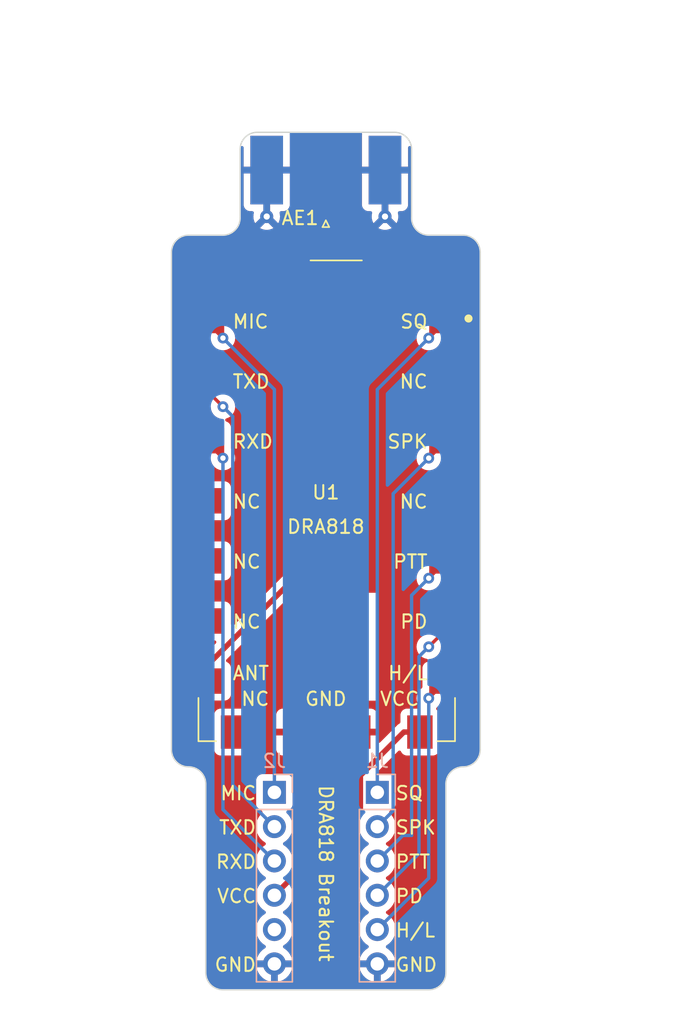
<source format=kicad_pcb>
(kicad_pcb (version 20221018) (generator pcbnew)
  (layers (0 "F.Cu" signal) (31 "B.Cu" signal) (34 "B.Paste" user) (35 "F.Paste" user) (36 "B.SilkS" user "B.Silkscreen") (37 "F.SilkS" user "F.Silkscreen") (38 "B.Mask" user) (39 "F.Mask" user) (44 "Edge.Cuts" user))
  (net 0 "")
  (net 1 "VCC")
  (net 2 "GND")
  (net 3 "/RXD")
  (net 4 "/TXD")
  (net 5 "/SQ")
  (net 6 "/AF_OUT")
  (net 7 "/MIC_IN")
  (net 8 "/PTT")
  (net 9 "/PD")
  (net 10 "/H{slash}L")
  (net 11 "/ANT")
  (footprint "Libraries:DORJI_DRA818V" (layer "F.Cu") (at 151.195 93.33 -90)
    (fp_text reference "U1" (at -0.62 0.065) (layer "F.SilkS") (effects (font (size 1.000646 1.000646))))
    (fp_text value "DRA818" (at 1.92 0.065 180) (layer "F.SilkS") (effects (font (size 1.001929 1.001929))))
    (fp_line (start -17.8 -2.6) (end -17.8 1.2) (stroke (width 0.127)) (layer "F.SilkS"))
    (fp_line (start 14.6 -9.5) (end 17.8 -9.5) (stroke (width 0.127)) (layer "F.SilkS"))
    (fp_line (start 17.8 -9.5) (end 17.8 -8.2) (stroke (width 0.127)) (layer "F.SilkS"))
    (fp_line (start 17.8 8.2) (end 17.8 9.5) (stroke (width 0.127)) (layer "F.SilkS"))
    (fp_line (start 17.8 9.5) (end 14.6 9.5) (stroke (width 0.127)) (layer "F.SilkS"))
    (fp_circle (center -13.5 -10.5) (end -13.35 -10.5) (stroke (width 0.3)) (fill none) (layer "F.SilkS"))
    (pad "1" smd rect locked (at -13.35 -8.825) (size 2.47 1.88) (layers "F.Cu" "F.Paste" "F.Mask") (net 5 "/SQ"))
    (pad "2" smd rect locked (at -8.9 -8.825) (size 2.47 1.88) (layers "F.Cu" "F.Paste" "F.Mask"))
    (pad "3" smd rect locked (at -4.45 -8.825) (size 2.47 1.88) (layers "F.Cu" "F.Paste" "F.Mask") (net 6 "/AF_OUT"))
    (pad "4" smd rect locked (at 0 -8.825) (size 2.47 1.88) (layers "F.Cu" "F.Paste" "F.Mask"))
    (pad "5" smd rect locked (at 4.45 -8.825) (size 2.47 1.88) (layers "F.Cu" "F.Paste" "F.Mask") (net 8 "/PTT"))
    (pad "6" smd rect locked (at 8.9 -8.825) (size 2.47 1.88) (layers "F.Cu" "F.Paste" "F.Mask") (net 9 "/PD"))
    (pad "7" smd rect locked (at 13.35 -8.825) (size 2.47 1.88) (layers "F.Cu" "F.Paste" "F.Mask") (net 10 "/H{slash}L"))
    (pad "8" smd rect locked (at 17.125 -6.9 270) (size 2.47 1.88) (layers "F.Cu" "F.Paste" "F.Mask") (net 1 "VCC"))
    (pad "9" smd rect locked (at 17.125 -2.3 270) (size 2.47 1.88) (layers "F.Cu" "F.Paste" "F.Mask") (net 2 "GND"))
    (pad "10" smd rect locked (at 17.125 2.3 270) (size 2.47 1.88) (layers "F.Cu" "F.Paste" "F.Mask") (net 2 "GND"))
    (pad "11" smd rect locked (at 17.125 6.9 270) (size 2.47 1.88) (layers "F.Cu" "F.Paste" "F.Mask"))
    (pad "12" smd rect locked (at 13.35 8.825 180) (size 2.47 1.88) (layers "F.Cu" "F.Paste" "F.Mask") (net 11 "/ANT"))
    (pad "13" smd rect locked (at 8.9 8.825 180) (size 2.47 1.88) (layers "F.Cu" "F.Paste" "F.Mask"))
    (pad "14" smd rect locked (at 4.45 8.825) (size 2.47 1.88) (layers "F.Cu" "F.Paste" "F.Mask"))
    (pad "15" smd rect locked (at 0 8.825) (size 2.47 1.88) (layers "F.Cu" "F.Paste" "F.Mask"))
    (pad "16" smd rect locked (at -4.45 8.825) (size 2.47 1.88) (layers "F.Cu" "F.Paste" "F.Mask") (net 3 "/RXD"))
    (pad "17" smd rect locked (at -8.9 8.825) (size 2.47 1.88) (layers "F.Cu" "F.Paste" "F.Mask") (net 4 "/TXD"))
    (pad "18" smd rect locked (at -13.35 8.825) (size 2.47 1.88) (layers "F.Cu" "F.Paste" "F.Mask") (net 7 "/MIC_IN"))
    (pad "P2" smd rect locked (at -17.125 -6.2) (size 6.6 1.8) (layers "F.Cu" "F.Paste" "F.Mask"))
    (pad "P3" smd rect locked (at -17.125 5.5) (size 8 1.8) (layers "F.Cu" "F.Paste" "F.Mask"))
    (zone (net 0) (net_name "") (layer "F.Cu") (connect_pads (clearance 0)) (min_thickness 0.01)
      (keepout (tracks not_allowed) (vias not_allowed) (pads not_allowed) (copperpour not_allowed) (footprints allowed))
      (fill (thermal_gap 0.508) (thermal_bridge_width 0.508))
      (polygon (pts (xy 154.945 100.14025) (xy 154.945 108.13) (xy 148.69123 108.13) (xy 148.69123 100.14025)))
    )
  )
  (footprint "Connector_Coaxial:SMA_Molex_73251-1153_EdgeMount_Horizontal" (layer "F.Cu") (at 151.13 70.56 -90)
    (fp_text reference "AE1" (at 1.83 1.905) (layer "F.SilkS"))
    (fp_text value "Antenna")
    (fp_line (start 2 0) (end 2.5 -0.25) (stroke (width 0.12)) (layer "F.SilkS"))
    (fp_line (start 2.5 -0.25) (end 2.5 0.25) (stroke (width 0.12)) (layer "F.SilkS"))
    (fp_line (start 2.5 0.25) (end 2 0) (stroke (width 0.12)) (layer "F.SilkS"))
    (pad "1" smd rect locked (at -1.72 0 270) (size 5.08 2.29) (layers "F.Cu" "F.Paste" "F.Mask") (net 11 "/ANT"))
    (pad "2" smd rect locked (at -1.72 -4.38 270) (size 5.08 2.42) (layers "F.Cu" "F.Paste" "F.Mask") (net 2 "GND"))
    (pad "2" smd rect locked (at -1.72 -4.38 270) (size 5.08 2.42) (layers "B.Cu" "B.Paste" "B.Mask") (net 2 "GND"))
    (pad "2" smd rect locked (at -1.72 4.38 270) (size 5.08 2.42) (layers "F.Cu" "F.Paste" "F.Mask") (net 2 "GND"))
    (pad "2" smd rect locked (at -1.72 4.38 270) (size 5.08 2.42) (layers "B.Cu" "B.Paste" "B.Mask") (net 2 "GND"))
    (pad "2" smd rect locked (at 1.27 -4.38 270) (size 0.95 0.46) (layers "F.Cu") (net 2 "GND"))
    (pad "2" smd rect locked (at 1.27 -4.38 270) (size 0.95 0.46) (layers "B.Cu") (net 2 "GND"))
    (pad "2" smd rect locked (at 1.27 4.38 270) (size 0.95 0.46) (layers "F.Cu") (net 2 "GND"))
    (pad "2" smd rect locked (at 1.27 4.38 270) (size 0.95 0.46) (layers "B.Cu") (net 2 "GND"))
    (pad "2" thru_hole circle locked (at 1.72 -4.38 270) (size 0.97 0.97) (drill 0.46) (layers "*.Cu") (net 2 "GND"))
    (pad "2" thru_hole circle locked (at 1.72 4.38 270) (size 0.97 0.97) (drill 0.46) (layers "*.Cu") (net 2 "GND"))
  )
  (footprint "Connector_PinHeader_2.54mm:PinHeader_1x06_P2.54mm_Vertical" (layer "B.Cu") (at 154.94 114.92 180)
    (fp_text reference "J1" (at 0 2.33) (layer "B.SilkS") (effects (justify mirror)))
    (fp_text value "Conn_01x06")
    (fp_line (start -1.33 -14.03) (end 1.33 -14.03) (stroke (width 0.12)) (layer "B.SilkS"))
    (fp_line (start -1.33 -1.27) (end -1.33 -14.03) (stroke (width 0.12)) (layer "B.SilkS"))
    (fp_line (start -1.33 -1.27) (end 1.33 -1.27) (stroke (width 0.12)) (layer "B.SilkS"))
    (fp_line (start -1.33 0) (end -1.33 1.33) (stroke (width 0.12)) (layer "B.SilkS"))
    (fp_line (start -1.33 1.33) (end 0 1.33) (stroke (width 0.12)) (layer "B.SilkS"))
    (fp_line (start 1.33 -1.27) (end 1.33 -14.03) (stroke (width 0.12)) (layer "B.SilkS"))
    (pad "1" thru_hole rect locked (at 0 0 180) (size 1.7 1.7) (drill 1) (layers "*.Cu" "*.Mask") (net 5 "/SQ"))
    (pad "2" thru_hole oval locked (at 0 -2.54 180) (size 1.7 1.7) (drill 1) (layers "*.Cu" "*.Mask") (net 6 "/AF_OUT"))
    (pad "3" thru_hole oval locked (at 0 -5.08 180) (size 1.7 1.7) (drill 1) (layers "*.Cu" "*.Mask") (net 8 "/PTT"))
    (pad "4" thru_hole oval locked (at 0 -7.62 180) (size 1.7 1.7) (drill 1) (layers "*.Cu" "*.Mask") (net 9 "/PD"))
    (pad "5" thru_hole oval locked (at 0 -10.16 180) (size 1.7 1.7) (drill 1) (layers "*.Cu" "*.Mask") (net 10 "/H{slash}L"))
    (pad "6" thru_hole oval locked (at 0 -12.7 180) (size 1.7 1.7) (drill 1) (layers "*.Cu" "*.Mask") (net 2 "GND"))
  )
  (footprint "Connector_PinHeader_2.54mm:PinHeader_1x06_P2.54mm_Vertical" (layer "B.Cu") (at 147.32 114.92 180)
    (fp_text reference "J2" (at 0 2.33) (layer "B.SilkS") (effects (justify mirror)))
    (fp_text value "Conn_01x05")
    (fp_line (start -1.33 -14.03) (end 1.33 -14.03) (stroke (width 0.12)) (layer "B.SilkS"))
    (fp_line (start -1.33 -1.27) (end -1.33 -14.03) (stroke (width 0.12)) (layer "B.SilkS"))
    (fp_line (start -1.33 -1.27) (end 1.33 -1.27) (stroke (width 0.12)) (layer "B.SilkS"))
    (fp_line (start -1.33 0) (end -1.33 1.33) (stroke (width 0.12)) (layer "B.SilkS"))
    (fp_line (start -1.33 1.33) (end 0 1.33) (stroke (width 0.12)) (layer "B.SilkS"))
    (fp_line (start 1.33 -1.27) (end 1.33 -14.03) (stroke (width 0.12)) (layer "B.SilkS"))
    (pad "1" thru_hole rect locked (at 0 0 180) (size 1.7 1.7) (drill 1) (layers "*.Cu" "*.Mask") (net 7 "/MIC_IN"))
    (pad "2" thru_hole oval locked (at 0 -2.54 180) (size 1.7 1.7) (drill 1) (layers "*.Cu" "*.Mask") (net 4 "/TXD"))
    (pad "3" thru_hole oval locked (at 0 -5.08 180) (size 1.7 1.7) (drill 1) (layers "*.Cu" "*.Mask") (net 3 "/RXD"))
    (pad "4" thru_hole oval locked (at 0 -7.62 180) (size 1.7 1.7) (drill 1) (layers "*.Cu" "*.Mask") (net 1 "VCC"))
    (pad "5" thru_hole oval locked (at 0 -10.16 180) (size 1.7 1.7) (drill 1) (layers "*.Cu" "*.Mask"))
    (pad "6" thru_hole oval locked (at 0 -12.7 180) (size 1.7 1.7) (drill 1) (layers "*.Cu" "*.Mask") (net 2 "GND"))
  )
  (gr_arc locked (start 143.51 129.54) (mid 142.611974 129.168026) (end 142.24 128.27) (stroke (width 0.1)) (layer "Edge.Cuts"))
  (gr_line locked (start 144.78 67.31) (end 144.78 72.39) (stroke (width 0.1)) (layer "Edge.Cuts"))
  (gr_arc locked (start 162.56 111.76) (mid 162.188026 112.658026) (end 161.29 113.03) (stroke (width 0.1)) (layer "Edge.Cuts"))
  (gr_line locked (start 140.97 73.66) (end 143.51 73.66) (stroke (width 0.1)) (layer "Edge.Cuts"))
  (gr_arc locked (start 140.97 113.03) (mid 140.071974 112.658026) (end 139.7 111.76) (stroke (width 0.1)) (layer "Edge.Cuts"))
  (gr_arc locked (start 161.29 73.66) (mid 162.188026 74.031974) (end 162.56 74.93) (stroke (width 0.1)) (layer "Edge.Cuts"))
  (gr_line locked (start 160.02 114.3) (end 160.02 128.27) (stroke (width 0.1)) (layer "Edge.Cuts"))
  (gr_arc locked (start 144.78 67.31) (mid 145.151974 66.411974) (end 146.05 66.04) (stroke (width 0.1)) (layer "Edge.Cuts"))
  (gr_arc locked (start 160.02 128.27) (mid 159.648026 129.168026) (end 158.75 129.54) (stroke (width 0.1)) (layer "Edge.Cuts"))
  (gr_arc locked (start 139.7 74.93) (mid 140.071974 74.031974) (end 140.97 73.66) (stroke (width 0.1)) (layer "Edge.Cuts"))
  (gr_line locked (start 139.7 111.76) (end 139.7 74.93) (stroke (width 0.1)) (layer "Edge.Cuts"))
  (gr_line locked (start 162.56 74.93) (end 162.56 111.76) (stroke (width 0.1)) (layer "Edge.Cuts"))
  (gr_arc locked (start 144.78 72.39) (mid 144.408026 73.288026) (end 143.51 73.66) (stroke (width 0.1)) (layer "Edge.Cuts"))
  (gr_line locked (start 142.24 114.3) (end 142.24 128.27) (stroke (width 0.1)) (layer "Edge.Cuts"))
  (gr_arc locked (start 156.21 66.04) (mid 157.108026 66.411974) (end 157.48 67.31) (stroke (width 0.1)) (layer "Edge.Cuts"))
  (gr_line locked (start 158.75 73.66) (end 161.29 73.66) (stroke (width 0.1)) (layer "Edge.Cuts"))
  (gr_line locked (start 143.51 129.54) (end 158.75 129.54) (stroke (width 0.1)) (layer "Edge.Cuts"))
  (gr_line locked (start 146.05 66.04) (end 156.21 66.04) (stroke (width 0.1)) (layer "Edge.Cuts"))
  (gr_arc locked (start 140.97 113.03) (mid 141.868026 113.401974) (end 142.24 114.3) (stroke (width 0.1)) (layer "Edge.Cuts"))
  (gr_line locked (start 157.48 72.39) (end 157.48 67.31) (stroke (width 0.1)) (layer "Edge.Cuts"))
  (gr_arc locked (start 158.75 73.66) (mid 157.851974 73.288026) (end 157.48 72.39) (stroke (width 0.1)) (layer "Edge.Cuts"))
  (gr_arc locked (start 160.02 114.3) (mid 160.391974 113.401974) (end 161.29 113.03) (stroke (width 0.1)) (layer "Edge.Cuts"))
  (gr_text "NC" (at 144.145 93.98) (layer "F.SilkS") (effects (font (size 1 1)) (justify left bottom)))
  (gr_text "TXD" (at 146.05 118.11) (layer "F.SilkS") (effects (font (size 1 1)) (justify right bottom)))
  (gr_text "PTT" (at 156.21 120.65) (layer "F.SilkS") (effects (font (size 1 1)) (justify left bottom)))
  (gr_text "PD" (at 156.21 123.19) (layer "F.SilkS") (effects (font (size 1 1)) (justify left bottom)))
  (gr_text "SPK" (at 158.75 89.535) (layer "F.SilkS") (effects (font (size 1 1)) (justify right bottom)))
  (gr_text "GND" (at 151.13 108.585) (layer "F.SilkS") (effects (font (size 1 1)) (justify bottom)))
  (gr_text "VCC" (at 146.05 123.19) (layer "F.SilkS") (effects (font (size 1 1)) (justify right bottom)))
  (gr_text "RXD" (at 144.145 89.535) (layer "F.SilkS") (effects (font (size 1 1)) (justify left bottom)))
  (gr_text "NC" (at 144.145 98.425) (layer "F.SilkS") (effects (font (size 1 1)) (justify left bottom)))
  (gr_text "GND" (at 146.05 128.27) (layer "F.SilkS") (effects (font (size 1 1)) (justify right bottom)))
  (gr_text "NC" (at 158.75 85.09) (layer "F.SilkS") (effects (font (size 1 1)) (justify right bottom)))
  (gr_text "ANT" (at 144.145 106.68) (layer "F.SilkS") (effects (font (size 1 1)) (justify left bottom)))
  (gr_text "SPK" (at 156.21 118.11) (layer "F.SilkS") (effects (font (size 1 1)) (justify left bottom)))
  (gr_text "RXD" (at 146.05 120.65) (layer "F.SilkS") (effects (font (size 1 1)) (justify right bottom)))
  (gr_text "GND" (at 156.21 128.27) (layer "F.SilkS") (effects (font (size 1 1)) (justify left bottom)))
  (gr_text "MIC" (at 144.145 80.645) (layer "F.SilkS") (effects (font (size 1 1)) (justify left bottom)))
  (gr_text "NC" (at 144.145 102.87) (layer "F.SilkS") (effects (font (size 1 1)) (justify left bottom)))
  (gr_text "DRA818 Breakout" (at 151.13 114.3 270) (layer "F.SilkS") (effects (font (size 1 1)) (justify left)))
  (gr_text "NC" (at 144.78 108.585) (layer "F.SilkS") (effects (font (size 1 1)) (justify left bottom)))
  (gr_text "NC" (at 158.75 93.98) (layer "F.SilkS") (effects (font (size 1 1)) (justify right bottom)))
  (gr_text "SQ" (at 156.21 115.57) (layer "F.SilkS") (effects (font (size 1 1)) (justify left bottom)))
  (gr_text "SQ" (at 158.75 80.645) (layer "F.SilkS") (effects (font (size 1 1)) (justify right bottom)))
  (gr_text "H/L" (at 156.21 125.73) (layer "F.SilkS") (effects (font (size 1 1)) (justify left bottom)))
  (gr_text "PD" (at 158.75 102.87) (layer "F.SilkS") (effects (font (size 1 1)) (justify right bottom)))
  (gr_text "VCC" (at 158.115 108.585) (layer "F.SilkS") (effects (font (size 1 1)) (justify right bottom)))
  (gr_text "MIC" (at 146.05 115.57) (layer "F.SilkS") (effects (font (size 1 1)) (justify right bottom)))
  (gr_text "TXD" (at 144.145 85.09) (layer "F.SilkS") (effects (font (size 1 1)) (justify left bottom)))
  (gr_text "PTT" (at 158.75 98.425) (layer "F.SilkS") (effects (font (size 1 1)) (justify right bottom)))
  (gr_text "H/L" (at 158.75 106.68) (layer "F.SilkS") (effects (font (size 1 1)) (justify right bottom)))
  (segment (start 147.32 122.54) (end 153.69 116.17) (width 0.4) (layer "F.Cu") (net 1))
  (segment (start 153.69 113.67) (end 156.905 110.455) (width 0.4) (layer "F.Cu") (net 1))
  (segment (start 153.69 116.17) (end 153.69 113.67) (width 0.4) (layer "F.Cu") (net 1))
  (segment (start 156.905 110.455) (end 158.095 110.455) (width 0.4) (layer "F.Cu") (net 1))
  (segment (start 148.895 110.455) (end 153.495 110.455) (width 0.4) (layer "F.Cu") (net 2))
  (segment (start 142.37 89.03) (end 143.51 90.17) (width 0.25) (layer "F.Cu") (net 3))
  (segment (start 142.37 88.88) (end 142.37 89.03) (width 0.25) (layer "F.Cu") (net 3))
  (via (at 143.51 90.17) (size 0.8) (drill 0.4) (layers "F.Cu" "B.Cu") (net 3))
  (segment (start 143.51 90.17) (end 143.51 116.19) (width 0.25) (layer "B.Cu") (net 3))
  (segment (start 143.51 116.19) (end 147.32 120) (width 0.25) (layer "B.Cu") (net 3))
  (segment (start 142.37 85.22) (end 143.51 86.36) (width 0.25) (layer "F.Cu") (net 4))
  (segment (start 142.37 84.43) (end 142.37 85.22) (width 0.25) (layer "F.Cu") (net 4))
  (via (at 143.51 86.36) (size 0.8) (drill 0.4) (layers "F.Cu" "B.Cu") (net 4))
  (segment (start 143.51 86.36) (end 144.235 87.085) (width 0.25) (layer "B.Cu") (net 4))
  (segment (start 144.235 87.085) (end 144.235 114.375) (width 0.25) (layer "B.Cu") (net 4))
  (segment (start 144.235 114.375) (end 147.32 117.46) (width 0.25) (layer "B.Cu") (net 4))
  (segment (start 160.02 79.98) (end 160.02 80.01) (width 0.25) (layer "F.Cu") (net 5))
  (segment (start 160.02 80.01) (end 158.75 81.28) (width 0.25) (layer "F.Cu") (net 5))
  (via (at 158.75 81.28) (size 0.8) (drill 0.4) (layers "F.Cu" "B.Cu") (net 5))
  (segment (start 154.94 85.09) (end 154.94 114.92) (width 0.25) (layer "B.Cu") (net 5))
  (segment (start 158.75 81.28) (end 154.94 85.09) (width 0.25) (layer "B.Cu") (net 5))
  (segment (start 160.02 88.88) (end 160.02 88.9) (width 0.25) (layer "F.Cu") (net 6))
  (segment (start 160.02 88.9) (end 158.75 90.17) (width 0.25) (layer "F.Cu") (net 6))
  (via (at 158.75 90.17) (size 0.8) (drill 0.4) (layers "F.Cu" "B.Cu") (net 6))
  (segment (start 156.115 92.805) (end 156.115 116.285) (width 0.25) (layer "B.Cu") (net 6))
  (segment (start 156.115 116.285) (end 154.94 117.46) (width 0.25) (layer "B.Cu") (net 6))
  (segment (start 158.75 90.17) (end 156.115 92.805) (width 0.25) (layer "B.Cu") (net 6))
  (segment (start 142.37 80.14) (end 143.51 81.28) (width 0.25) (layer "F.Cu") (net 7))
  (segment (start 142.37 79.98) (end 142.37 80.14) (width 0.25) (layer "F.Cu") (net 7))
  (via (at 143.51 81.28) (size 0.8) (drill 0.4) (layers "F.Cu" "B.Cu") (net 7))
  (segment (start 143.51 81.28) (end 147.32 85.09) (width 0.25) (layer "B.Cu") (net 7))
  (segment (start 147.32 85.09) (end 147.32 114.92) (width 0.25) (layer "B.Cu") (net 7))
  (segment (start 160.02 97.79) (end 158.75 99.06) (width 0.25) (layer "F.Cu") (net 8))
  (segment (start 160.02 97.78) (end 160.02 97.79) (width 0.25) (layer "F.Cu") (net 8))
  (via (at 158.75 99.06) (size 0.8) (drill 0.4) (layers "F.Cu" "B.Cu") (net 8))
  (segment (start 156.83 118.11) (end 154.94 120) (width 0.25) (layer "B.Cu") (net 8))
  (segment (start 157.48 118.11) (end 156.83 118.11) (width 0.25) (layer "B.Cu") (net 8))
  (segment (start 158.75 99.06) (end 157.48 100.33) (width 0.25) (layer "B.Cu") (net 8))
  (segment (start 157.48 100.33) (end 157.48 118.11) (width 0.25) (layer "B.Cu") (net 8))
  (segment (start 160.02 102.23) (end 160.02 102.87) (width 0.25) (layer "F.Cu") (net 9))
  (segment (start 160.02 102.87) (end 158.75 104.14) (width 0.25) (layer "F.Cu") (net 9))
  (via (at 158.75 104.14) (size 0.8) (drill 0.4) (layers "F.Cu" "B.Cu") (net 9))
  (segment (start 158.025 104.865) (end 158.025 119.455) (width 0.25) (layer "B.Cu") (net 9))
  (segment (start 158.025 119.455) (end 154.94 122.54) (width 0.25) (layer "B.Cu") (net 9))
  (segment (start 158.75 104.14) (end 158.025 104.865) (width 0.25) (layer "B.Cu") (net 9))
  (segment (start 160.02 106.68) (end 158.75 107.95) (width 0.25) (layer "F.Cu") (net 10))
  (via (at 158.75 107.95) (size 0.8) (drill 0.4) (layers "F.Cu" "B.Cu") (net 10))
  (segment (start 158.75 121.27) (end 154.94 125.08) (width 0.25) (layer "B.Cu") (net 10))
  (segment (start 158.75 107.95) (end 158.75 121.27) (width 0.25) (layer "B.Cu") (net 10))
  (segment (start 151.13 96.73) (end 151.13 68.84) (width 0.4) (layer "F.Cu") (net 11))
  (segment (start 142.37 105.49) (end 151.13 96.73) (width 0.4) (layer "F.Cu") (net 11))
  (segment (start 142.37 106.68) (end 142.37 105.49) (width 0.4) (layer "F.Cu") (net 11))
  (zone (net 2) (net_name "GND") (layers "F&B.Cu") (connect_pads (clearance 0.5)) (min_thickness 0.25) (fill yes (thermal_gap 0.5) (thermal_bridge_width 0.5))
    (polygon (pts (xy 127 63.5) (xy 177.8 63.5) (xy 177.8 132.08) (xy 127 132.08)))
  )
)
</source>
